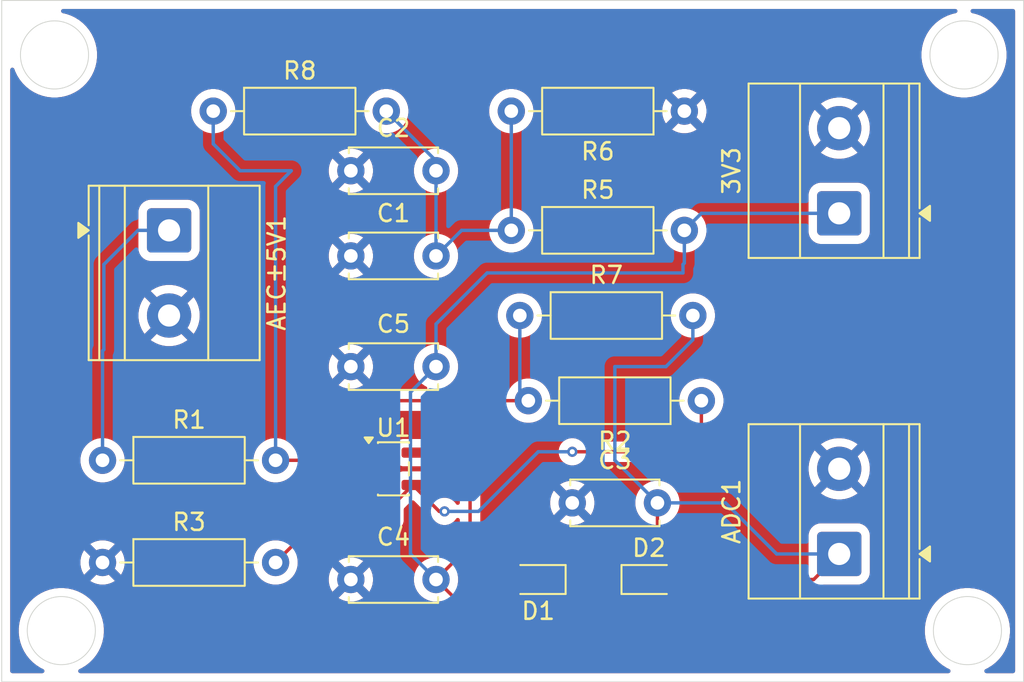
<source format=kicad_pcb>
(kicad_pcb (version 20241229) (generator "pcbnew") (generator_version "9.0")
  (layers (0 "F.Cu" signal) (2 "B.Cu" signal) (13 "F.Paste" user) (15 "B.Paste" user) (5 "F.SilkS" user "F.Silkscreen") (7 "B.SilkS" user "B.Silkscreen") (1 "F.Mask" user) (3 "B.Mask" user) (25 "Edge.Cuts" user))
  (net 0 "")
  (net 1 "GND")
  (net 2 "Net-(3V3-Pin_1)")
  (net 3 "/ADC Output")
  (net 4 "Net-(AEC±5V1-Pin_1)")
  (net 5 "V_Map")
  (net 6 "/V_Map_Output")
  (net 7 "Net-(U1--)")
  (net 8 "Net-(R2-Pad2)")
  (footprint "Resistor_THT:R_Axial_DIN0207_L6.3mm_D2.5mm_P10.16mm_Horizontal" (layer "F.Cu") (at 109.92 57.5)
    (property "Reference" "R8" (at 5.08 -2.37 0) (layer "F.SilkS"))
    (property "Value" "10k")
    (fp_line (start 1.04 0) (end 1.81 0) (stroke (width 0.12)) (layer "F.SilkS"))
    (fp_line (start 9.12 0) (end 8.35 0) (stroke (width 0.12)) (layer "F.SilkS"))
    (fp_rect (start 1.81 -1.37) (end 8.35 1.37) (stroke (width 0.12)) (fill no) (layer "F.SilkS"))
    (pad "1" thru_hole circle (at 0 0) (size 1.6 1.6) (drill 0.8) (layers "*.Cu" "*.Mask") (net 6 "/V_Map_Output"))
    (pad "2" thru_hole circle (at 10.16 0) (size 1.6 1.6) (drill 0.8) (layers "*.Cu" "*.Mask") (net 5 "V_Map"))
  )
  (footprint "TerminalBlock_Phoenix:TerminalBlock_Phoenix_MKDS-1,5-2_1x02_P5.00mm_Horizontal" (layer "F.Cu") (at 146.6725 83.5 90)
    (property "Reference" "ADC1" (at 2.5 -6.32 90) (layer "F.SilkS"))
    (property "Value" "Screw_Terminal_01x02")
    (fp_line (start 7.62 -5.32) (end 7.62 4.72) (stroke (width 0.12)) (layer "F.SilkS"))
    (fp_line (start -2.62 -5.32) (end 7.62 -5.32) (stroke (width 0.12)) (layer "F.SilkS"))
    (fp_line (start -2.62 -2.3) (end 7.62 -2.3) (stroke (width 0.12)) (layer "F.SilkS"))
    (fp_line (start -2.62 2.6) (end 7.62 2.6) (stroke (width 0.12)) (layer "F.SilkS"))
    (fp_line (start -2.62 4.1) (end 7.62 4.1) (stroke (width 0.12)) (layer "F.SilkS"))
    (fp_line (start 7.62 4.72) (end 0.3 4.72) (stroke (width 0.12)) (layer "F.SilkS"))
    (fp_line (start -0.3 4.72) (end -2.62 4.72) (stroke (width 0.12)) (layer "F.SilkS"))
    (fp_line (start -2.62 4.72) (end -2.62 -5.32) (stroke (width 0.12)) (layer "F.SilkS"))
    (fp_poly (pts (xy 0 4.72) (xy 0.44 5.33) (xy -0.44 5.33)) (stroke (width 0.12)) (fill yes) (layer "F.SilkS"))
    (pad "1" thru_hole roundrect (at 0 0 90) (size 2.6 2.6) (drill 1.3) (layers "*.Cu" "*.Mask") (roundrect_rratio 0.096154) (net 3 "/ADC Output"))
    (pad "2" thru_hole circle (at 5 0 90) (size 2.6 2.6) (drill 1.3) (layers "*.Cu" "*.Mask") (net 1 "GND"))
  )
  (footprint "Resistor_THT:R_Axial_DIN0207_L6.3mm_D2.5mm_P10.16mm_Horizontal" (layer "F.Cu") (at 127.42 64.5)
    (property "Reference" "R5" (at 5.08 -2.37 0) (layer "F.SilkS"))
    (property "Value" "10k")
    (fp_line (start 1.04 0) (end 1.81 0) (stroke (width 0.12)) (layer "F.SilkS"))
    (fp_line (start 9.12 0) (end 8.35 0) (stroke (width 0.12)) (layer "F.SilkS"))
    (fp_rect (start 1.81 -1.37) (end 8.35 1.37) (stroke (width 0.12)) (fill no) (layer "F.SilkS"))
    (pad "1" thru_hole circle (at 0 0) (size 1.6 1.6) (drill 0.8) (layers "*.Cu" "*.Mask") (net 5 "V_Map"))
    (pad "2" thru_hole circle (at 10.16 0) (size 1.6 1.6) (drill 0.8) (layers "*.Cu" "*.Mask") (net 2 "Net-(3V3-Pin_1)"))
  )
  (footprint "Capacitor_THT:C_Disc_D5.0mm_W2.5mm_P5.00mm" (layer "F.Cu") (at 118 66)
    (property "Reference" "C1" (at 2.5 -2.5 0) (layer "F.SilkS"))
    (property "Value" "0.1uf")
    (fp_line (start -0.12 -1.37) (end 5.12 -1.37) (stroke (width 0.12)) (layer "F.SilkS"))
    (fp_line (start -0.12 -1.033) (end -0.12 -1.37) (stroke (width 0.12)) (layer "F.SilkS"))
    (fp_line (start -0.12 1.37) (end -0.12 1.033) (stroke (width 0.12)) (layer "F.SilkS"))
    (fp_line (start 5.12 -1.37) (end 5.12 -1.033) (stroke (width 0.12)) (layer "F.SilkS"))
    (fp_line (start 5.12 1.033) (end 5.12 1.37) (stroke (width 0.12)) (layer "F.SilkS"))
    (fp_line (start 5.12 1.37) (end -0.12 1.37) (stroke (width 0.12)) (layer "F.SilkS"))
    (pad "1" thru_hole circle (at 0 0) (size 1.6 1.6) (drill 0.8) (layers "*.Cu" "*.Mask") (net 1 "GND"))
    (pad "2" thru_hole circle (at 5 0) (size 1.6 1.6) (drill 0.8) (layers "*.Cu" "*.Mask") (net 5 "V_Map"))
  )
  (footprint "Capacitor_THT:C_Disc_D5.0mm_W2.5mm_P5.00mm" (layer "F.Cu") (at 118 85)
    (property "Reference" "C4" (at 2.5 -2.5 0) (layer "F.SilkS"))
    (property "Value" "0.1uf")
    (fp_line (start -0.12 -1.37) (end 5.12 -1.37) (stroke (width 0.12)) (layer "F.SilkS"))
    (fp_line (start -0.12 -1.033) (end -0.12 -1.37) (stroke (width 0.12)) (layer "F.SilkS"))
    (fp_line (start -0.12 1.37) (end -0.12 1.033) (stroke (width 0.12)) (layer "F.SilkS"))
    (fp_line (start 5.12 -1.37) (end 5.12 -1.033) (stroke (width 0.12)) (layer "F.SilkS"))
    (fp_line (start 5.12 1.033) (end 5.12 1.37) (stroke (width 0.12)) (layer "F.SilkS"))
    (fp_line (start 5.12 1.37) (end -0.12 1.37) (stroke (width 0.12)) (layer "F.SilkS"))
    (pad "1" thru_hole circle (at 0 0) (size 1.6 1.6) (drill 0.8) (layers "*.Cu" "*.Mask") (net 1 "GND"))
    (pad "2" thru_hole circle (at 5 0) (size 1.6 1.6) (drill 0.8) (layers "*.Cu" "*.Mask") (net 2 "Net-(3V3-Pin_1)"))
  )
  (footprint "Resistor_THT:R_Axial_DIN0207_L6.3mm_D2.5mm_P10.16mm_Horizontal" (layer "F.Cu") (at 103.42 84)
    (property "Reference" "R3" (at 5.08 -2.37 0) (layer "F.SilkS"))
    (property "Value" "33k")
    (fp_line (start 1.04 0) (end 1.81 0) (stroke (width 0.12)) (layer "F.SilkS"))
    (fp_line (start 9.12 0) (end 8.35 0) (stroke (width 0.12)) (layer "F.SilkS"))
    (fp_rect (start 1.81 -1.37) (end 8.35 1.37) (stroke (width 0.12)) (fill no) (layer "F.SilkS"))
    (pad "1" thru_hole circle (at 0 0) (size 1.6 1.6) (drill 0.8) (layers "*.Cu" "*.Mask") (net 1 "GND"))
    (pad "2" thru_hole circle (at 10.16 0) (size 1.6 1.6) (drill 0.8) (layers "*.Cu" "*.Mask") (net 7 "Net-(U1--)"))
  )
  (footprint "TerminalBlock_Phoenix:TerminalBlock_Phoenix_MKDS-1,5-2_1x02_P5.00mm_Horizontal" (layer "F.Cu") (at 146.6725 63.5 90)
    (property "Reference" "3V3" (at 2.5 -6.32 90) (layer "F.SilkS"))
    (property "Value" "3.3")
    (fp_line (start 7.62 -5.32) (end 7.62 4.72) (stroke (width 0.12)) (layer "F.SilkS"))
    (fp_line (start -2.62 -5.32) (end 7.62 -5.32) (stroke (width 0.12)) (layer "F.SilkS"))
    (fp_line (start -2.62 -2.3) (end 7.62 -2.3) (stroke (width 0.12)) (layer "F.SilkS"))
    (fp_line (start -2.62 2.6) (end 7.62 2.6) (stroke (width 0.12)) (layer "F.SilkS"))
    (fp_line (start -2.62 4.1) (end 7.62 4.1) (stroke (width 0.12)) (layer "F.SilkS"))
    (fp_line (start 7.62 4.72) (end 0.3 4.72) (stroke (width 0.12)) (layer "F.SilkS"))
    (fp_line (start -0.3 4.72) (end -2.62 4.72) (stroke (width 0.12)) (layer "F.SilkS"))
    (fp_line (start -2.62 4.72) (end -2.62 -5.32) (stroke (width 0.12)) (layer "F.SilkS"))
    (fp_poly (pts (xy 0 4.72) (xy 0.44 5.33) (xy -0.44 5.33)) (stroke (width 0.12)) (fill yes) (layer "F.SilkS"))
    (pad "1" thru_hole roundrect (at 0 0 90) (size 2.6 2.6) (drill 1.3) (layers "*.Cu" "*.Mask") (roundrect_rratio 0.096154) (net 2 "Net-(3V3-Pin_1)"))
    (pad "2" thru_hole circle (at 5 0 90) (size 2.6 2.6) (drill 1.3) (layers "*.Cu" "*.Mask") (net 1 "GND"))
  )
  (footprint "Diode_SMD:D_SOD-323F" (layer "F.Cu") (at 129 85 180)
    (property "Reference" "D1" (at 0 -1.85 0) (layer "F.SilkS"))
    (property "Value" "BAT54J")
    (fp_line (start -1.61 0.85) (end 1.05 0.85) (stroke (width 0.12)) (layer "F.SilkS"))
    (fp_line (start -1.61 -0.85) (end 1.05 -0.85) (stroke (width 0.12)) (layer "F.SilkS"))
    (fp_line (start -1.61 -0.85) (end -1.61 0.85) (stroke (width 0.12)) (layer "F.SilkS"))
    (pad "1" smd roundrect (at -1.1 0 180) (size 0.5 0.5) (layers "F.Cu" "F.Mask" "F.Paste") (net 3 "/ADC Output"))
    (pad "2" smd roundrect (at 1.1 0 180) (size 0.5 0.5) (layers "F.Cu" "F.Mask" "F.Paste") (net 1 "GND"))
  )
  (footprint "Capacitor_THT:C_Disc_D5.0mm_W2.5mm_P5.00mm" (layer "F.Cu") (at 118 61)
    (property "Reference" "C2" (at 2.5 -2.5 0) (layer "F.SilkS"))
    (property "Value" "1uf")
    (fp_line (start -0.12 -1.37) (end 5.12 -1.37) (stroke (width 0.12)) (layer "F.SilkS"))
    (fp_line (start -0.12 -1.033) (end -0.12 -1.37) (stroke (width 0.12)) (layer "F.SilkS"))
    (fp_line (start -0.12 1.37) (end -0.12 1.033) (stroke (width 0.12)) (layer "F.SilkS"))
    (fp_line (start 5.12 -1.37) (end 5.12 -1.033) (stroke (width 0.12)) (layer "F.SilkS"))
    (fp_line (start 5.12 1.033) (end 5.12 1.37) (stroke (width 0.12)) (layer "F.SilkS"))
    (fp_line (start 5.12 1.37) (end -0.12 1.37) (stroke (width 0.12)) (layer "F.SilkS"))
    (pad "1" thru_hole circle (at 0 0) (size 1.6 1.6) (drill 0.8) (layers "*.Cu" "*.Mask") (net 1 "GND"))
    (pad "2" thru_hole circle (at 5 0) (size 1.6 1.6) (drill 0.8) (layers "*.Cu" "*.Mask") (net 5 "V_Map"))
  )
  (footprint "Resistor_THT:R_Axial_DIN0207_L6.3mm_D2.5mm_P10.16mm_Horizontal" (layer "F.Cu") (at 137.58 57.5 180)
    (property "Reference" "R6" (at 5.08 -2.37 0) (layer "F.SilkS"))
    (property "Value" "10k")
    (fp_line (start 9.12 0) (end 8.35 0) (stroke (width 0.12)) (layer "F.SilkS"))
    (fp_line (start 1.04 0) (end 1.81 0) (stroke (width 0.12)) (layer "F.SilkS"))
    (fp_rect (start 1.81 -1.37) (end 8.35 1.37) (stroke (width 0.12)) (fill no) (layer "F.SilkS"))
    (pad "1" thru_hole circle (at 0 0 180) (size 1.6 1.6) (drill 0.8) (layers "*.Cu" "*.Mask") (net 1 "GND"))
    (pad "2" thru_hole circle (at 10.16 0 180) (size 1.6 1.6) (drill 0.8) (layers "*.Cu" "*.Mask") (net 5 "V_Map"))
  )
  (footprint "Capacitor_THT:C_Disc_D5.0mm_W2.5mm_P5.00mm" (layer "F.Cu") (at 131 80.5)
    (property "Reference" "C3" (at 2.5 -2.5 0) (layer "F.SilkS"))
    (property "Value" "1nf")
    (fp_line (start -0.12 -1.37) (end 5.12 -1.37) (stroke (width 0.12)) (layer "F.SilkS"))
    (fp_line (start -0.12 -1.033) (end -0.12 -1.37) (stroke (width 0.12)) (layer "F.SilkS"))
    (fp_line (start -0.12 1.37) (end -0.12 1.033) (stroke (width 0.12)) (layer "F.SilkS"))
    (fp_line (start 5.12 -1.37) (end 5.12 -1.033) (stroke (width 0.12)) (layer "F.SilkS"))
    (fp_line (start 5.12 1.033) (end 5.12 1.37) (stroke (width 0.12)) (layer "F.SilkS"))
    (fp_line (start 5.12 1.37) (end -0.12 1.37) (stroke (width 0.12)) (layer "F.SilkS"))
    (pad "1" thru_hole circle (at 0 0) (size 1.6 1.6) (drill 0.8) (layers "*.Cu" "*.Mask") (net 1 "GND"))
    (pad "2" thru_hole circle (at 5 0) (size 1.6 1.6) (drill 0.8) (layers "*.Cu" "*.Mask") (net 3 "/ADC Output"))
  )
  (footprint "TerminalBlock_Phoenix:TerminalBlock_Phoenix_MKDS-1,5-2_1x02_P5.00mm_Horizontal" (layer "F.Cu") (at 107.3275 64.5 -90)
    (property "Reference" "AEC±5V1" (at 2.5 -6.32 90) (layer "F.SilkS"))
    (property "Value" "5")
    (fp_line (start -2.62 4.72) (end -2.62 -5.32) (stroke (width 0.12)) (layer "F.SilkS"))
    (fp_line (start -0.3 4.72) (end -2.62 4.72) (stroke (width 0.12)) (layer "F.SilkS"))
    (fp_line (start 7.62 4.72) (end 0.3 4.72) (stroke (width 0.12)) (layer "F.SilkS"))
    (fp_line (start -2.62 4.1) (end 7.62 4.1) (stroke (width 0.12)) (layer "F.SilkS"))
    (fp_line (start -2.62 2.6) (end 7.62 2.6) (stroke (width 0.12)) (layer "F.SilkS"))
    (fp_line (start -2.62 -2.3) (end 7.62 -2.3) (stroke (width 0.12)) (layer "F.SilkS"))
    (fp_line (start -2.62 -5.32) (end 7.62 -5.32) (stroke (width 0.12)) (layer "F.SilkS"))
    (fp_line (start 7.62 -5.32) (end 7.62 4.72) (stroke (width 0.12)) (layer "F.SilkS"))
    (fp_poly (pts (xy 0 4.72) (xy 0.44 5.33) (xy -0.44 5.33)) (stroke (width 0.12)) (fill yes) (layer "F.SilkS"))
    (pad "1" thru_hole roundrect (at 0 0 270) (size 2.6 2.6) (drill 1.3) (layers "*.Cu" "*.Mask") (roundrect_rratio 0.096154) (net 4 "Net-(AEC±5V1-Pin_1)"))
    (pad "2" thru_hole circle (at 5 0 270) (size 2.6 2.6) (drill 1.3) (layers "*.Cu" "*.Mask") (net 1 "GND"))
  )
  (footprint "Diode_SMD:D_SOD-323F" (layer "F.Cu") (at 135.5 85)
    (property "Reference" "D2" (at 0 -1.85 0) (layer "F.SilkS"))
    (property "Value" "BAT54J")
    (fp_line (start -1.61 -0.85) (end -1.61 0.85) (stroke (width 0.12)) (layer "F.SilkS"))
    (fp_line (start -1.61 -0.85) (end 1.05 -0.85) (stroke (width 0.12)) (layer "F.SilkS"))
    (fp_line (start -1.61 0.85) (end 1.05 0.85) (stroke (width 0.12)) (layer "F.SilkS"))
    (pad "1" smd roundrect (at -1.1 0) (size 0.5 0.5) (layers "F.Cu" "F.Mask" "F.Paste") (net 2 "Net-(3V3-Pin_1)"))
    (pad "2" smd roundrect (at 1.1 0) (size 0.5 0.5) (layers "F.Cu" "F.Mask" "F.Paste") (net 3 "/ADC Output"))
  )
  (footprint "Resistor_THT:R_Axial_DIN0207_L6.3mm_D2.5mm_P10.16mm_Horizontal" (layer "F.Cu") (at 127.92 69.5)
    (property "Reference" "R7" (at 5.08 -2.37 0) (layer "F.SilkS"))
    (property "Value" "100")
    (fp_line (start 1.04 0) (end 1.81 0) (stroke (width 0.12)) (layer "F.SilkS"))
    (fp_line (start 9.12 0) (end 8.35 0) (stroke (width 0.12)) (layer "F.SilkS"))
    (fp_rect (start 1.81 -1.37) (end 8.35 1.37) (stroke (width 0.12)) (fill no) (layer "F.SilkS"))
    (pad "1" thru_hole circle (at 0 0) (size 1.6 1.6) (drill 0.8) (layers "*.Cu" "*.Mask") (net 8 "Net-(R2-Pad2)"))
    (pad "2" thru_hole circle (at 10.16 0) (size 1.6 1.6) (drill 0.8) (layers "*.Cu" "*.Mask") (net 3 "/ADC Output"))
  )
  (footprint "Resistor_THT:R_Axial_DIN0207_L6.3mm_D2.5mm_P10.16mm_Horizontal" (layer "F.Cu") (at 103.42 78)
    (property "Reference" "R1" (at 5.08 -2.37 0) (layer "F.SilkS"))
    (property "Value" "33k")
    (fp_line (start 1.04 0) (end 1.81 0) (stroke (width 0.12)) (layer "F.SilkS"))
    (fp_line (start 9.12 0) (end 8.35 0) (stroke (width 0.12)) (layer "F.SilkS"))
    (fp_rect (start 1.81 -1.37) (end 8.35 1.37) (stroke (width 0.12)) (fill no) (layer "F.SilkS"))
    (pad "1" thru_hole circle (at 0 0) (size 1.6 1.6) (drill 0.8) (layers "*.Cu" "*.Mask") (net 4 "Net-(AEC±5V1-Pin_1)"))
    (pad "2" thru_hole circle (at 10.16 0) (size 1.6 1.6) (drill 0.8) (layers "*.Cu" "*.Mask") (net 6 "/V_Map_Output"))
  )
  (footprint "Capacitor_THT:C_Disc_D5.0mm_W2.5mm_P5.00mm" (layer "F.Cu") (at 118 72.5)
    (property "Reference" "C5" (at 2.5 -2.5 0) (layer "F.SilkS"))
    (property "Value" "1uf")
    (fp_line (start -0.12 -1.37) (end 5.12 -1.37) (stroke (width 0.12)) (layer "F.SilkS"))
    (fp_line (start -0.12 -1.033) (end -0.12 -1.37) (stroke (width 0.12)) (layer "F.SilkS"))
    (fp_line (start -0.12 1.37) (end -0.12 1.033) (stroke (width 0.12)) (layer "F.SilkS"))
    (fp_line (start 5.12 -1.37) (end 5.12 -1.033) (stroke (width 0.12)) (layer "F.SilkS"))
    (fp_line (start 5.12 1.033) (end 5.12 1.37) (stroke (width 0.12)) (layer "F.SilkS"))
    (fp_line (start 5.12 1.37) (end -0.12 1.37) (stroke (width 0.12)) (layer "F.SilkS"))
    (pad "1" thru_hole circle (at 0 0) (size 1.6 1.6) (drill 0.8) (layers "*.Cu" "*.Mask") (net 1 "GND"))
    (pad "2" thru_hole circle (at 5 0) (size 1.6 1.6) (drill 0.8) (layers "*.Cu" "*.Mask") (net 2 "Net-(3V3-Pin_1)"))
  )
  (footprint "Resistor_THT:R_Axial_DIN0207_L6.3mm_D2.5mm_P10.16mm_Horizontal" (layer "F.Cu") (at 138.58 74.5 180)
    (property "Reference" "R2" (at 5.08 -2.37 0) (layer "F.SilkS"))
    (property "Value" "10k")
    (fp_line (start 9.12 0) (end 8.35 0) (stroke (width 0.12)) (layer "F.SilkS"))
    (fp_line (start 1.04 0) (end 1.81 0) (stroke (width 0.12)) (layer "F.SilkS"))
    (fp_rect (start 1.81 -1.37) (end 8.35 1.37) (stroke (width 0.12)) (fill no) (layer "F.SilkS"))
    (pad "1" thru_hole circle (at 0 0 180) (size 1.6 1.6) (drill 0.8) (layers "*.Cu" "*.Mask") (net 7 "Net-(U1--)"))
    (pad "2" thru_hole circle (at 10.16 0 180) (size 1.6 1.6) (drill 0.8) (layers "*.Cu" "*.Mask") (net 8 "Net-(R2-Pad2)"))
  )
  (footprint "Package_TO_SOT_SMD:SOT-23-5" (layer "F.Cu") (at 120.5 78.5)
    (property "Reference" "U1" (at 0 -2.4 0) (layer "F.SilkS"))
    (property "Value" "TLV9061xDBV")
    (fp_line (start -0.91 -1.56) (end 0.91 -1.56) (stroke (width 0.12)) (layer "F.SilkS"))
    (fp_line (start -0.91 -1.51) (end -0.91 -1.56) (stroke (width 0.12)) (layer "F.SilkS"))
    (fp_line (start -0.91 1.56) (end -0.91 1.51) (stroke (width 0.12)) (layer "F.SilkS"))
    (fp_line (start 0.91 -1.56) (end 0.91 -1.51) (stroke (width 0.12)) (layer "F.SilkS"))
    (fp_line (start 0.91 -0.39) (end 0.91 0.39) (stroke (width 0.12)) (layer "F.SilkS"))
    (fp_line (start 0.91 1.51) (end 0.91 1.56) (stroke (width 0.12)) (layer "F.SilkS"))
    (fp_line (start 0.91 1.56) (end -0.91 1.56) (stroke (width 0.12)) (layer "F.SilkS"))
    (fp_poly (pts (xy -1.45 -1.51) (xy -1.69 -1.84) (xy -1.21 -1.84)) (stroke (width 0.12)) (fill yes) (layer "F.SilkS"))
    (pad "1" smd roundrect (at -1.1375 -0.95) (size 1.325 0.6) (layers "F.Cu" "F.Mask" "F.Paste") (net 8 "Net-(R2-Pad2)"))
    (pad "2" smd roundrect (at -1.1375 0) (size 1.325 0.6) (layers "F.Cu" "F.Mask" "F.Paste") (net 1 "GND"))
    (pad "3" smd roundrect (at -1.1375 0.95) (size 1.325 0.6) (layers "F.Cu" "F.Mask" "F.Paste") (net 6 "/V_Map_Output"))
    (pad "4" smd roundrect (at 1.1375 0.95) (size 1.325 0.6) (layers "F.Cu" "F.Mask" "F.Paste") (net 7 "Net-(U1--)"))
    (pad "5" smd roundrect (at 1.1375 -0.95) (size 1.325 0.6) (layers "F.Cu" "F.Mask" "F.Paste") (net 2 "Net-(3V3-Pin_1)"))
  )
  (gr_circle (center 154 54.2) (end 156 54.2) (stroke (width 0.05)) (fill no) (layer "Edge.Cuts"))
  (gr_circle (center 154.2 88) (end 156.2 88) (stroke (width 0.05)) (fill no) (layer "Edge.Cuts"))
  (gr_circle (center 100.6 54.2) (end 102.6 54.2) (stroke (width 0.05)) (fill no) (layer "Edge.Cuts"))
  (gr_circle (center 101 88) (end 103 88) (stroke (width 0.05)) (fill no) (layer "Edge.Cuts"))
  (gr_rect (start 97.5 51) (end 157.5 91) (stroke (width 0.05)) (fill no) (layer "Edge.Cuts"))
  (segment (start 133 87.5) (end 125 87.5) (width 0.2) (layer "F.Cu") (net 2))
  (segment (start 134.4 86.1) (end 133 87.5) (width 0.2) (layer "F.Cu") (net 2))
  (segment (start 125 87) (end 123 85) (width 0.2) (layer "F.Cu") (net 2))
  (segment (start 125 79) (end 123.55 77.55) (width 0.2) (layer "F.Cu") (net 2))
  (segment (start 125 87.5) (end 125 87) (width 0.2) (layer "F.Cu") (net 2))
  (segment (start 134.4 85) (end 134.4 86.1) (width 0.2) (layer "F.Cu") (net 2))
  (segment (start 123 85) (end 125 83) (width 0.2) (layer "F.Cu") (net 2))
  (segment (start 123.55 77.55) (end 121.6375 77.55) (width 0.2) (layer "F.Cu") (net 2))
  (segment (start 125 83) (end 125 79) (width 0.2) (layer "F.Cu") (net 2))
  (segment (start 137.5 67) (end 137.5 66.5) (width 0.2) (layer "B.Cu") (net 2))
  (segment (start 146.6725 63.5) (end 138.58 63.5) (width 0.2) (layer "B.Cu") (net 2))
  (segment (start 126 67) (end 137.5 67) (width 0.2) (layer "B.Cu") (net 2))
  (segment (start 138.58 63.5) (end 137.58 64.5) (width 0.2) (layer "B.Cu") (net 2))
  (segment (start 123 70) (end 126 67) (width 0.2) (layer "B.Cu") (net 2))
  (segment (start 121.5 74) (end 121.5 83.5) (width 0.2) (layer "B.Cu") (net 2))
  (segment (start 121.5 83.5) (end 123 85) (width 0.2) (layer "B.Cu") (net 2))
  (segment (start 137.5 66.5) (end 137.58 66.42) (width 0.2) (layer "B.Cu") (net 2))
  (segment (start 123 72.5) (end 123 70) (width 0.2) (layer "B.Cu") (net 2))
  (segment (start 137.58 66.42) (end 137.58 64.5) (width 0.2) (layer "B.Cu") (net 2))
  (segment (start 123 72.5) (end 121.5 74) (width 0.2) (layer "B.Cu") (net 2))
  (segment (start 130.1 85) (end 132.1 83) (width 0.2) (layer "F.Cu") (net 3))
  (segment (start 136.6 85) (end 145.1725 85) (width 0.2) (layer "F.Cu") (net 3))
  (segment (start 145.1725 85) (end 146.6725 83.5) (width 0.2) (layer "F.Cu") (net 3))
  (segment (start 136 83) (end 136 80.5) (width 0.2) (layer "F.Cu") (net 3))
  (segment (start 132.1 83) (end 136 83) (width 0.2) (layer "F.Cu") (net 3))
  (segment (start 146.6725 83.5) (end 143 83.5) (width 0.2) (layer "B.Cu") (net 3))
  (segment (start 136.5 72.5) (end 133.5 72.5) (width 0.2) (layer "B.Cu") (net 3))
  (segment (start 133.5 72.5) (end 133.5 78) (width 0.2) (layer "B.Cu") (net 3))
  (segment (start 138.08 70.92) (end 136.5 72.5) (width 0.2) (layer "B.Cu") (net 3))
  (segment (start 143 83.5) (end 140 80.5) (width 0.2) (layer "B.Cu") (net 3))
  (segment (start 138.08 69.5) (end 138.08 70.92) (width 0.2) (layer "B.Cu") (net 3))
  (segment (start 133.5 78) (end 136 80.5) (width 0.2) (layer "B.Cu") (net 3))
  (segment (start 140 80.5) (end 136 80.5) (width 0.2) (layer "B.Cu") (net 3))
  (segment (start 103.42 71.58) (end 103.42 78) (width 0.2) (layer "B.Cu") (net 4))
  (segment (start 103.5 71.5) (end 103.42 71.58) (width 0.2) (layer "B.Cu") (net 4))
  (segment (start 103.5 66.5) (end 103.5 71.5) (width 0.2) (layer "B.Cu") (net 4))
  (segment (start 107.3275 64.5) (end 105.5 64.5) (width 0.2) (layer "B.Cu") (net 4))
  (segment (start 105.5 64.5) (end 103.5 66.5) (width 0.2) (layer "B.Cu") (net 4))
  (segment (start 127.42 57.5) (end 127.42 64.5) (width 0.2) (layer "B.Cu") (net 5))
  (segment (start 123 61) (end 123 66) (width 0.2) (layer "B.Cu") (net 5))
  (segment (start 124.5 64.5) (end 123 66) (width 0.2) (layer "B.Cu") (net 5))
  (segment (start 123 60.42) (end 120.08 57.5) (width 0.2) (layer "B.Cu") (net 5))
  (segment (start 123 61) (end 123 60.42) (width 0.2) (layer "B.Cu") (net 5))
  (segment (start 127.42 64.5) (end 124.5 64.5) (width 0.2) (layer "B.Cu") (net 5))
  (segment (start 115.55 78) (end 117 79.45) (width 0.2) (layer "F.Cu") (net 6))
  (segment (start 113.58 78) (end 115.55 78) (width 0.2) (layer "F.Cu") (net 6))
  (segment (start 117 79.45) (end 119.3625 79.45) (width 0.2) (layer "F.Cu") (net 6))
  (segment (start 109.92 57.5) (end 109.92 59.42) (width 0.2) (layer "B.Cu") (net 6))
  (segment (start 109.92 59.42) (end 111.5 61) (width 0.2) (layer "B.Cu") (net 6))
  (segment (start 113.58 61.92) (end 113.58 78) (width 0.2) (layer "B.Cu") (net 6))
  (segment (start 111.5 61) (end 114.5 61) (width 0.2) (layer "B.Cu") (net 6))
  (segment (start 114.5 61) (end 113.58 61.92) (width 0.2) (layer "B.Cu") (net 6))
  (segment (start 116.08 81.5) (end 120.5 81.5) (width 0.2) (layer "F.Cu") (net 7))
  (segment (start 121.6375 79.45) (end 123.1875 81) (width 0.2) (layer "F.Cu") (net 7))
  (segment (start 120.5 81.5) (end 120.5 80.5875) (width 0.2) (layer "F.Cu") (net 7))
  (segment (start 138.58 75.92) (end 138.58 74.5) (width 0.2) (layer "F.Cu") (net 7))
  (segment (start 131 77.5) (end 137 77.5) (width 0.2) (layer "F.Cu") (net 7))
  (segment (start 123.1875 81) (end 123.5 81) (width 0.2) (layer "F.Cu") (net 7))
  (segment (start 137 77.5) (end 138.58 75.92) (width 0.2) (layer "F.Cu") (net 7))
  (segment (start 113.58 84) (end 116.08 81.5) (width 0.2) (layer "F.Cu") (net 7))
  (segment (start 120.5 80.5875) (end 121.6375 79.45) (width 0.2) (layer "F.Cu") (net 7))
  (via (at 131 77.5) (size 0.6) (drill 0.3) (layers "F.Cu" "B.Cu") (net 7))
  (via (at 123.5 81) (size 0.6) (drill 0.3) (layers "F.Cu" "B.Cu") (net 7))
  (segment (start 125.5 81) (end 129 77.5) (width 0.2) (layer "B.Cu") (net 7))
  (segment (start 129 77.5) (end 131 77.5) (width 0.2) (layer "B.Cu") (net 7))
  (segment (start 123.5 81) (end 125.5 81) (width 0.2) (layer "B.Cu") (net 7))
  (segment (start 119.3625 77.55) (end 119 77.1875) (width 0.2) (layer "F.Cu") (net 8))
  (segment (start 119 77.1875) (end 119 76) (width 0.2) (layer "F.Cu") (net 8))
  (segment (start 119 76) (end 120.5 74.5) (width 0.2) (layer "F.Cu") (net 8))
  (segment (start 120.5 74.5) (end 128.42 74.5) (width 0.2) (layer "F.Cu") (net 8))
  (segment (start 127.92 74) (end 128.42 74.5) (width 0.2) (layer "B.Cu") (net 8))
  (segment (start 127.92 69.5) (end 127.92 74) (width 0.2) (layer "B.Cu") (net 8))
  (zone (net 1) (net_name "GND") (layers "F.Cu" "B.Cu") (connect_pads (clearance 0.5)) (min_thickness 0.25) (fill yes (thermal_gap 0.5) (thermal_bridge_width 0.5))
    (polygon (pts (xy 97.6 51) (xy 157.4 51) (xy 157.4 91) (xy 97.4 91)))
  )
)
</source>
